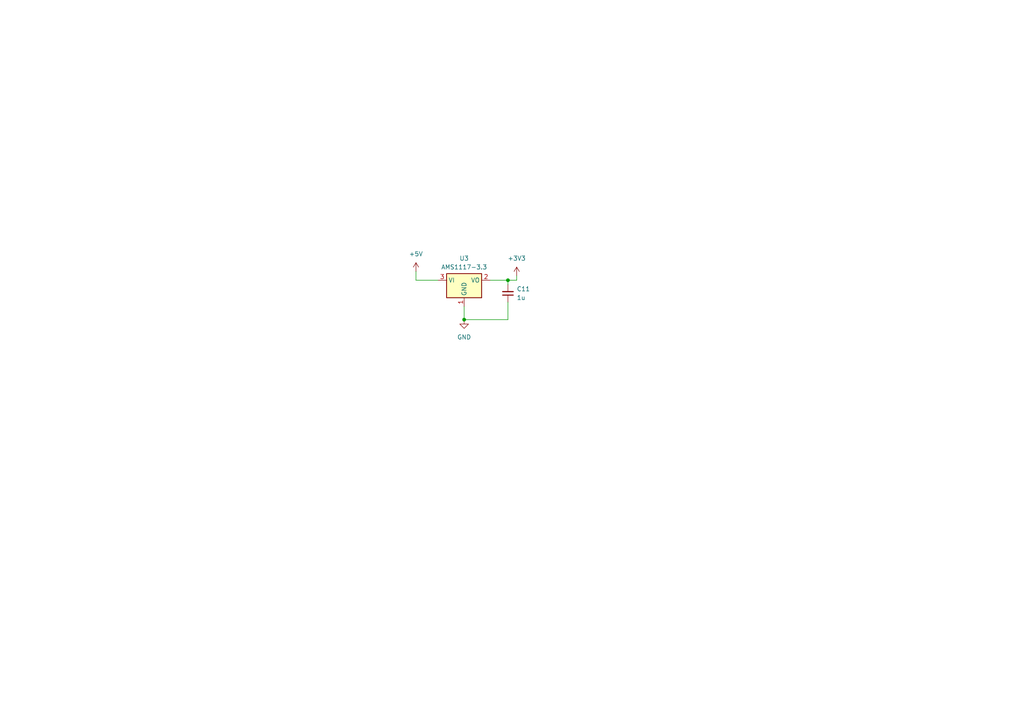
<source format=kicad_sch>
(kicad_sch (version 20230121) (generator eeschema)
  (paper "A4")
  (lib_symbols
    (symbol "Device:C_Small" (pin_numbers hide) (pin_names (offset 0.254) hide)
      (property "Reference" "C" (at 0.254 1.778 0))
      (property "Value" "C_Small" (at 0.254 -2.032 0))
      (symbol "C_Small_0_1"
        (polyline (pts (xy -1.524 -0.508) (xy 1.524 -0.508)) (stroke (width 0.3302)))
        (polyline (pts (xy -1.524 0.508) (xy 1.524 0.508)) (stroke (width 0.3048)))
      )
      (symbol "C_Small_1_1"
        (pin passive line (at 0 2.54 270) (length 2.032) (name "~") (number "1"))
        (pin passive line (at 0 -2.54 90) (length 2.032) (name "~") (number "2"))
      )
    )
    (symbol "Regulator_Linear:AMS1117-3.3"
      (property "Reference" "U" (at -3.81 3.175 0))
      (property "Value" "AMS1117-3.3" (at 0 3.175 0))
      (symbol "AMS1117-3.3_0_1"
        (rectangle (start -5.08 -5.08) (end 5.08 1.905) (stroke (width 0.254)) (fill (type background)))
      )
      (symbol "AMS1117-3.3_1_1"
        (pin power_in line (at 0 -7.62 90) (length 2.54) (name "GND") (number "1"))
        (pin power_out line (at 7.62 0 180) (length 2.54) (name "VO") (number "2"))
        (pin power_in line (at -7.62 0 0) (length 2.54) (name "VI") (number "3"))
      )
    )
    (symbol "power:+3V3" (power) (pin_names (offset 0))
      (property "Value" "+3V3" (at 0 3.556 0))
      (symbol "+3V3_0_1"
        (polyline (pts (xy -0.762 1.27) (xy 0 2.54)))
        (polyline (pts (xy 0 0) (xy 0 2.54)))
        (polyline (pts (xy 0 2.54) (xy 0.762 1.27)))
      )
      (symbol "+3V3_1_1"
        (pin power_in line (at 0 0 90) (length 0) hide (name "+3V3") (number "1"))
      )
    )
    (symbol "power:+5V" (power) (pin_names (offset 0))
      (property "Value" "+5V" (at 0 3.556 0))
      (symbol "+5V_0_1"
        (polyline (pts (xy -0.762 1.27) (xy 0 2.54)))
        (polyline (pts (xy 0 0) (xy 0 2.54)))
        (polyline (pts (xy 0 2.54) (xy 0.762 1.27)))
      )
      (symbol "+5V_1_1"
        (pin power_in line (at 0 0 90) (length 0) hide (name "+5V") (number "1"))
      )
    )
    (symbol "power:GND" (power) (pin_names (offset 0))
      (property "Value" "GND" (at 0 -3.81 0))
      (symbol "GND_0_1"
        (polyline (pts (xy 0 0) (xy 0 -1.27) (xy 1.27 -1.27) (xy 0 -2.54) (xy -1.27 -1.27) (xy 0 -1.27)))
      )
      (symbol "GND_1_1"
        (pin power_in line (at 0 0 270) (length 0) hide (name "GND") (number "1"))
      )
    )
  )
  (junction (at 134.62 92.71))
  (junction (at 147.32 81.28))
  (wire (pts (xy 142.24 81.28) (xy 147.32 81.28)))
  (wire (pts (xy 147.32 81.28) (xy 147.32 82.55)))
  (wire (pts (xy 134.62 88.9) (xy 134.62 92.71)))
  (wire (pts (xy 149.86 80.01) (xy 149.86 81.28)))
  (wire (pts (xy 120.65 81.28) (xy 127 81.28)))
  (wire (pts (xy 147.32 81.28) (xy 149.86 81.28)))
  (wire (pts (xy 147.32 87.63) (xy 147.32 92.71)))
  (wire (pts (xy 120.65 81.28) (xy 120.65 78.74)))
  (wire (pts (xy 134.62 92.71) (xy 147.32 92.71)))
  (symbol (lib_id "power:+3V3") (at 149.86 80.01 0) (unit 1)
    (property "Reference" "#PWR018" (effects hide))
    (property "Value" "+3V3" (at 149.86 74.93 0))
  )
  (symbol (lib_id "power:+5V") (at 120.65 78.74 0) (unit 1)
    (property "Reference" "#PWR016" (effects hide))
    (property "Value" "+5V" (at 120.65 73.66 0))
  )
  (symbol (lib_id "Regulator_Linear:AMS1117-3.3") (at 134.62 81.28 0) (unit 1)
    (property "Reference" "U3" (at 134.62 74.93 0))
    (property "Value" "AMS1117-3.3" (at 134.62 77.47 0))
    (property "Footprint" "Package_TO_SOT_SMD:SOT-223-3_TabPin2" (effects hide))
    (property "Datasheet" "http://www.advanced-monolithic.com/pdf/ds1117.pdf" (effects hide))
  )
  (symbol (lib_id "Device:C_Small") (at 147.32 85.09 180) (unit 1)
    (property "Reference" "C11" (at 149.86 83.8136 0) (effects (justify right)))
    (property "Value" "1u" (at 149.86 86.3536 0) (effects (justify right)))
    (property "Footprint" "Capacitor_SMD:C_0603_1608Metric" (effects hide))
  )
  (symbol (lib_id "power:GND") (at 134.62 92.71 0) (unit 1)
    (property "Reference" "#PWR017" (effects hide))
    (property "Value" "GND" (at 134.62 97.79 0))
  )
)
</source>
